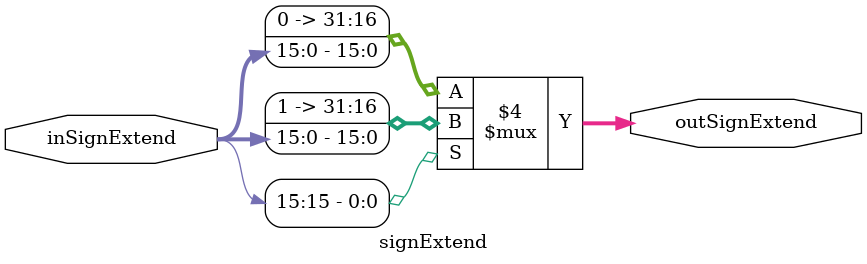
<source format=v>
`timescale 1ns / 1ps
module signExtend(
			input [15:0] inSignExtend, 
			output reg [31:0] outSignExtend
			);


always @(*)
begin
	if (inSignExtend[15]==1)
			outSignExtend={16'b1111_1111_1111_1111,inSignExtend};
	else
			outSignExtend={16'b0000_0000_0000_0000,inSignExtend};	
end
endmodule

</source>
